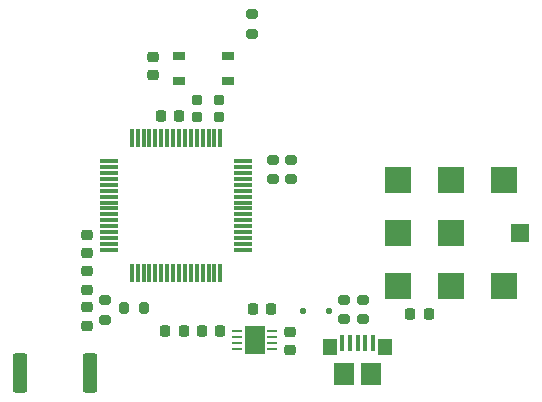
<source format=gtp>
G04 #@! TF.GenerationSoftware,KiCad,Pcbnew,8.0.1*
G04 #@! TF.CreationDate,2024-06-08T15:54:11-04:00*
G04 #@! TF.ProjectId,SAP Mk3.2,53415020-4d6b-4332-9e32-2e6b69636164,rev?*
G04 #@! TF.SameCoordinates,Original*
G04 #@! TF.FileFunction,Paste,Top*
G04 #@! TF.FilePolarity,Positive*
%FSLAX46Y46*%
G04 Gerber Fmt 4.6, Leading zero omitted, Abs format (unit mm)*
G04 Created by KiCad (PCBNEW 8.0.1) date 2024-06-08 15:54:11*
%MOMM*%
%LPD*%
G01*
G04 APERTURE LIST*
G04 Aperture macros list*
%AMRoundRect*
0 Rectangle with rounded corners*
0 $1 Rounding radius*
0 $2 $3 $4 $5 $6 $7 $8 $9 X,Y pos of 4 corners*
0 Add a 4 corners polygon primitive as box body*
4,1,4,$2,$3,$4,$5,$6,$7,$8,$9,$2,$3,0*
0 Add four circle primitives for the rounded corners*
1,1,$1+$1,$2,$3*
1,1,$1+$1,$4,$5*
1,1,$1+$1,$6,$7*
1,1,$1+$1,$8,$9*
0 Add four rect primitives between the rounded corners*
20,1,$1+$1,$2,$3,$4,$5,0*
20,1,$1+$1,$4,$5,$6,$7,0*
20,1,$1+$1,$6,$7,$8,$9,0*
20,1,$1+$1,$8,$9,$2,$3,0*%
G04 Aperture macros list end*
%ADD10RoundRect,0.125000X-0.125000X-0.125000X0.125000X-0.125000X0.125000X0.125000X-0.125000X0.125000X0*%
%ADD11RoundRect,0.200000X0.200000X0.275000X-0.200000X0.275000X-0.200000X-0.275000X0.200000X-0.275000X0*%
%ADD12RoundRect,0.225000X-0.250000X0.225000X-0.250000X-0.225000X0.250000X-0.225000X0.250000X0.225000X0*%
%ADD13RoundRect,0.200000X-0.275000X0.200000X-0.275000X-0.200000X0.275000X-0.200000X0.275000X0.200000X0*%
%ADD14RoundRect,0.225000X-0.225000X-0.250000X0.225000X-0.250000X0.225000X0.250000X-0.225000X0.250000X0*%
%ADD15RoundRect,0.075000X-0.075000X0.700000X-0.075000X-0.700000X0.075000X-0.700000X0.075000X0.700000X0*%
%ADD16RoundRect,0.075000X-0.700000X0.075000X-0.700000X-0.075000X0.700000X-0.075000X0.700000X0.075000X0*%
%ADD17R,0.400000X1.400000*%
%ADD18R,1.150000X1.450000*%
%ADD19R,1.750000X1.900000*%
%ADD20RoundRect,0.225000X0.250000X-0.225000X0.250000X0.225000X-0.250000X0.225000X-0.250000X-0.225000X0*%
%ADD21R,0.812800X0.254000*%
%ADD22R,1.701800X2.438400*%
%ADD23RoundRect,0.250000X-0.362500X-1.425000X0.362500X-1.425000X0.362500X1.425000X-0.362500X1.425000X0*%
%ADD24RoundRect,0.218750X-0.218750X-0.256250X0.218750X-0.256250X0.218750X0.256250X-0.218750X0.256250X0*%
%ADD25RoundRect,0.200000X0.275000X-0.200000X0.275000X0.200000X-0.275000X0.200000X-0.275000X-0.200000X0*%
%ADD26RoundRect,0.225000X0.225000X0.250000X-0.225000X0.250000X-0.225000X-0.250000X0.225000X-0.250000X0*%
%ADD27RoundRect,0.200000X-0.250000X0.200000X-0.250000X-0.200000X0.250000X-0.200000X0.250000X0.200000X0*%
%ADD28RoundRect,0.218750X0.256250X-0.218750X0.256250X0.218750X-0.256250X0.218750X-0.256250X-0.218750X0*%
%ADD29R,1.050000X0.650000*%
%ADD30R,2.300000X2.300000*%
%ADD31R,1.500000X1.500000*%
G04 APERTURE END LIST*
D10*
X110600000Y-72400000D03*
X112800000Y-72400000D03*
D11*
X97125000Y-72100000D03*
X95475000Y-72100000D03*
D12*
X109500000Y-74175000D03*
X109500000Y-75725000D03*
D13*
X106300000Y-47250000D03*
X106300000Y-48900000D03*
D14*
X102025000Y-74100000D03*
X103575000Y-74100000D03*
D15*
X103600000Y-57775000D03*
X103100000Y-57775000D03*
X102600000Y-57775000D03*
X102100000Y-57775000D03*
X101600000Y-57775000D03*
X101100000Y-57775000D03*
X100600000Y-57775000D03*
X100100000Y-57775000D03*
X99600000Y-57775000D03*
X99100000Y-57775000D03*
X98600000Y-57775000D03*
X98100000Y-57775000D03*
X97600000Y-57775000D03*
X97100000Y-57775000D03*
X96600000Y-57775000D03*
X96100000Y-57775000D03*
D16*
X94175000Y-59700000D03*
X94175000Y-60200000D03*
X94175000Y-60700000D03*
X94175000Y-61200000D03*
X94175000Y-61700000D03*
X94175000Y-62200000D03*
X94175000Y-62700000D03*
X94175000Y-63200000D03*
X94175000Y-63700000D03*
X94175000Y-64200000D03*
X94175000Y-64700000D03*
X94175000Y-65200000D03*
X94175000Y-65700000D03*
X94175000Y-66200000D03*
X94175000Y-66700000D03*
X94175000Y-67200000D03*
D15*
X96100000Y-69125000D03*
X96600000Y-69125000D03*
X97100000Y-69125000D03*
X97600000Y-69125000D03*
X98100000Y-69125000D03*
X98600000Y-69125000D03*
X99100000Y-69125000D03*
X99600000Y-69125000D03*
X100100000Y-69125000D03*
X100600000Y-69125000D03*
X101100000Y-69125000D03*
X101600000Y-69125000D03*
X102100000Y-69125000D03*
X102600000Y-69125000D03*
X103100000Y-69125000D03*
X103600000Y-69125000D03*
D16*
X105525000Y-67200000D03*
X105525000Y-66700000D03*
X105525000Y-66200000D03*
X105525000Y-65700000D03*
X105525000Y-65200000D03*
X105525000Y-64700000D03*
X105525000Y-64200000D03*
X105525000Y-63700000D03*
X105525000Y-63200000D03*
X105525000Y-62700000D03*
X105525000Y-62200000D03*
X105525000Y-61700000D03*
X105525000Y-61200000D03*
X105525000Y-60700000D03*
X105525000Y-60200000D03*
X105525000Y-59700000D03*
D17*
X113925000Y-75050000D03*
X114575000Y-75050000D03*
X115225000Y-75050000D03*
X115875000Y-75050000D03*
X116525000Y-75050000D03*
D18*
X112905000Y-75470000D03*
D19*
X114100000Y-77700000D03*
X116350000Y-77700000D03*
D18*
X117545000Y-75470000D03*
D20*
X92300000Y-67475000D03*
X92300000Y-65925000D03*
D12*
X92300000Y-69025000D03*
X92300000Y-70575000D03*
D21*
X107945600Y-75600001D03*
X107945600Y-75100000D03*
X107945600Y-74600000D03*
X107945600Y-74099999D03*
X105050000Y-74099999D03*
X105050000Y-74600000D03*
X105050000Y-75100000D03*
X105050000Y-75600001D03*
D22*
X106497800Y-74850000D03*
D23*
X86650000Y-77600000D03*
X92575000Y-77600000D03*
D24*
X119650000Y-72650000D03*
X121225000Y-72650000D03*
D25*
X108100000Y-61225000D03*
X108100000Y-59575000D03*
D26*
X100100000Y-55850000D03*
X98550000Y-55850000D03*
D27*
X103450000Y-54500000D03*
X101600000Y-54500000D03*
X101600000Y-55950000D03*
X103450000Y-55950000D03*
D14*
X106375000Y-72200000D03*
X107925000Y-72200000D03*
D13*
X93850000Y-71475000D03*
X93850000Y-73125000D03*
D12*
X97900000Y-50875000D03*
X97900000Y-52425000D03*
D28*
X92300000Y-73637500D03*
X92300000Y-72062500D03*
D29*
X104225000Y-52900000D03*
X100075000Y-52900000D03*
X104225000Y-50750000D03*
X100075000Y-50750000D03*
D25*
X114100000Y-73100000D03*
X114100000Y-71450000D03*
D14*
X98950000Y-74100000D03*
X100500000Y-74100000D03*
D25*
X115650000Y-73100000D03*
X115650000Y-71450000D03*
D30*
X118600000Y-70300000D03*
X123100000Y-70300000D03*
X127600000Y-70300000D03*
X118600000Y-65800000D03*
X123100000Y-65800000D03*
X118600000Y-61300000D03*
X123100000Y-61300000D03*
X127600000Y-61300000D03*
D31*
X129000000Y-65800000D03*
D25*
X109600000Y-61225000D03*
X109600000Y-59575000D03*
M02*

</source>
